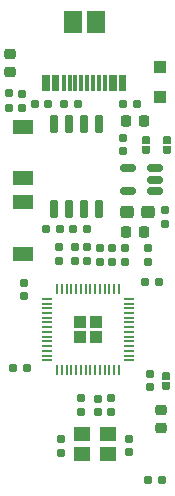
<source format=gbr>
%TF.GenerationSoftware,KiCad,Pcbnew,(6.0.9)*%
%TF.CreationDate,2023-01-07T18:48:54+05:30*%
%TF.ProjectId,Mitayi-Pico-RP2040,4d697461-7969-42d5-9069-636f2d525032,0.5*%
%TF.SameCoordinates,PX825e060PY6d4a840*%
%TF.FileFunction,Paste,Top*%
%TF.FilePolarity,Positive*%
%FSLAX46Y46*%
G04 Gerber Fmt 4.6, Leading zero omitted, Abs format (unit mm)*
G04 Created by KiCad (PCBNEW (6.0.9)) date 2023-01-07 18:48:54*
%MOMM*%
%LPD*%
G01*
G04 APERTURE LIST*
G04 Aperture macros list*
%AMRoundRect*
0 Rectangle with rounded corners*
0 $1 Rounding radius*
0 $2 $3 $4 $5 $6 $7 $8 $9 X,Y pos of 4 corners*
0 Add a 4 corners polygon primitive as box body*
4,1,4,$2,$3,$4,$5,$6,$7,$8,$9,$2,$3,0*
0 Add four circle primitives for the rounded corners*
1,1,$1+$1,$2,$3*
1,1,$1+$1,$4,$5*
1,1,$1+$1,$6,$7*
1,1,$1+$1,$8,$9*
0 Add four rect primitives between the rounded corners*
20,1,$1+$1,$2,$3,$4,$5,0*
20,1,$1+$1,$4,$5,$6,$7,0*
20,1,$1+$1,$6,$7,$8,$9,0*
20,1,$1+$1,$8,$9,$2,$3,0*%
%AMFreePoly0*
4,1,13,-0.340000,0.160000,-0.327821,0.221229,-0.293137,0.273137,-0.241229,0.307821,-0.180000,0.320000,0.340000,0.320000,0.340000,-0.320000,-0.180000,-0.320000,-0.241229,-0.307821,-0.293137,-0.273137,-0.327821,-0.221229,-0.340000,-0.160000,-0.340000,0.160000,-0.340000,0.160000,$1*%
%AMFreePoly1*
4,1,13,-0.340000,0.320000,0.180000,0.320000,0.241229,0.307821,0.293137,0.273137,0.327821,0.221229,0.340000,0.160000,0.340000,-0.160000,0.327821,-0.221229,0.293137,-0.273137,0.241229,-0.307821,0.180000,-0.320000,-0.340000,-0.320000,-0.340000,0.320000,-0.340000,0.320000,$1*%
G04 Aperture macros list end*
%ADD10R,1.500000X1.900000*%
%ADD11FreePoly0,270.000000*%
%ADD12FreePoly1,270.000000*%
%ADD13RoundRect,0.218750X0.256250X-0.218750X0.256250X0.218750X-0.256250X0.218750X-0.256250X-0.218750X0*%
%ADD14RoundRect,0.155000X0.155000X-0.212500X0.155000X0.212500X-0.155000X0.212500X-0.155000X-0.212500X0*%
%ADD15RoundRect,0.225000X0.225000X0.250000X-0.225000X0.250000X-0.225000X-0.250000X0.225000X-0.250000X0*%
%ADD16RoundRect,0.155000X0.212500X0.155000X-0.212500X0.155000X-0.212500X-0.155000X0.212500X-0.155000X0*%
%ADD17RoundRect,0.160000X0.197500X0.160000X-0.197500X0.160000X-0.197500X-0.160000X0.197500X-0.160000X0*%
%ADD18RoundRect,0.160000X-0.160000X0.197500X-0.160000X-0.197500X0.160000X-0.197500X0.160000X0.197500X0*%
%ADD19RoundRect,0.155000X-0.212500X-0.155000X0.212500X-0.155000X0.212500X0.155000X-0.212500X0.155000X0*%
%ADD20RoundRect,0.050000X-0.050000X-0.387500X0.050000X-0.387500X0.050000X0.387500X-0.050000X0.387500X0*%
%ADD21RoundRect,0.050000X-0.387500X-0.050000X0.387500X-0.050000X0.387500X0.050000X-0.387500X0.050000X0*%
%ADD22RoundRect,0.250000X-0.292217X-0.292217X0.292217X-0.292217X0.292217X0.292217X-0.292217X0.292217X0*%
%ADD23RoundRect,0.155000X-0.155000X0.212500X-0.155000X-0.212500X0.155000X-0.212500X0.155000X0.212500X0*%
%ADD24RoundRect,0.150000X0.150000X-0.650000X0.150000X0.650000X-0.150000X0.650000X-0.150000X-0.650000X0*%
%ADD25FreePoly0,90.000000*%
%ADD26FreePoly1,90.000000*%
%ADD27RoundRect,0.225000X-0.225000X-0.250000X0.225000X-0.250000X0.225000X0.250000X-0.225000X0.250000X0*%
%ADD28R,0.300000X1.450000*%
%ADD29R,1.400000X1.200000*%
%ADD30RoundRect,0.160000X0.160000X-0.197500X0.160000X0.197500X-0.160000X0.197500X-0.160000X-0.197500X0*%
%ADD31R,1.000000X1.000000*%
%ADD32R,1.700000X1.150000*%
%ADD33RoundRect,0.250000X-0.312500X-0.275000X0.312500X-0.275000X0.312500X0.275000X-0.312500X0.275000X0*%
%ADD34RoundRect,0.160000X-0.197500X-0.160000X0.197500X-0.160000X0.197500X0.160000X-0.197500X0.160000X0*%
%ADD35RoundRect,0.150000X0.512500X0.150000X-0.512500X0.150000X-0.512500X-0.150000X0.512500X-0.150000X0*%
G04 APERTURE END LIST*
D10*
%TO.C,J6*%
X9510000Y49637500D03*
X11510000Y49637500D03*
%TD*%
D11*
%TO.C,JP5*%
X17400000Y19730000D03*
D12*
X17400000Y18850000D03*
%TD*%
D13*
%TO.C,D2*%
X17030000Y15262500D03*
X17030000Y16837500D03*
%TD*%
D14*
%TO.C,C17*%
X8510000Y13212500D03*
X8510000Y14347500D03*
%TD*%
%TO.C,C12*%
X5430000Y26442500D03*
X5430000Y27577500D03*
%TD*%
D15*
%TO.C,C13*%
X15585000Y41290000D03*
X14035000Y41290000D03*
%TD*%
D16*
%TO.C,C6*%
X5647500Y20400000D03*
X4512500Y20400000D03*
%TD*%
D14*
%TO.C,C11*%
X15905000Y29362500D03*
X15905000Y30497500D03*
%TD*%
%TO.C,C19*%
X5240000Y42422500D03*
X5240000Y43557500D03*
%TD*%
D17*
%TO.C,R2*%
X8447500Y32170000D03*
X7252500Y32170000D03*
%TD*%
%TO.C,R7*%
X17067500Y10860000D03*
X15872500Y10860000D03*
%TD*%
D18*
%TO.C,R10*%
X10220000Y17817500D03*
X10220000Y16622500D03*
%TD*%
D19*
%TO.C,C10*%
X15662500Y27630000D03*
X16797500Y27630000D03*
%TD*%
D20*
%TO.C,U3*%
X8220000Y27067500D03*
X8620000Y27067500D03*
X9020000Y27067500D03*
X9420000Y27067500D03*
X9820000Y27067500D03*
X10220000Y27067500D03*
X10620000Y27067500D03*
X11020000Y27067500D03*
X11420000Y27067500D03*
X11820000Y27067500D03*
X12220000Y27067500D03*
X12620000Y27067500D03*
X13020000Y27067500D03*
X13420000Y27067500D03*
D21*
X14257500Y26230000D03*
X14257500Y25830000D03*
X14257500Y25430000D03*
X14257500Y25030000D03*
X14257500Y24630000D03*
X14257500Y24230000D03*
X14257500Y23830000D03*
X14257500Y23430000D03*
X14257500Y23030000D03*
X14257500Y22630000D03*
X14257500Y22230000D03*
X14257500Y21830000D03*
X14257500Y21430000D03*
X14257500Y21030000D03*
D20*
X13420000Y20192500D03*
X13020000Y20192500D03*
X12620000Y20192500D03*
X12220000Y20192500D03*
X11820000Y20192500D03*
X11420000Y20192500D03*
X11020000Y20192500D03*
X10620000Y20192500D03*
X10220000Y20192500D03*
X9820000Y20192500D03*
X9420000Y20192500D03*
X9020000Y20192500D03*
X8620000Y20192500D03*
X8220000Y20192500D03*
D21*
X7382500Y21030000D03*
X7382500Y21430000D03*
X7382500Y21830000D03*
X7382500Y22230000D03*
X7382500Y22630000D03*
X7382500Y23030000D03*
X7382500Y23430000D03*
X7382500Y23830000D03*
X7382500Y24230000D03*
X7382500Y24630000D03*
X7382500Y25030000D03*
X7382500Y25430000D03*
X7382500Y25830000D03*
X7382500Y26230000D03*
D22*
X10182500Y22992500D03*
X11457500Y24267500D03*
X11457500Y22992500D03*
X10182500Y24267500D03*
%TD*%
D18*
%TO.C,R5*%
X11825000Y30547500D03*
X11825000Y29352500D03*
%TD*%
D23*
%TO.C,C2*%
X12750000Y17797500D03*
X12750000Y16662500D03*
%TD*%
D24*
%TO.C,U1*%
X7955000Y33850000D03*
X9225000Y33850000D03*
X10495000Y33850000D03*
X11765000Y33850000D03*
X11765000Y41050000D03*
X10495000Y41050000D03*
X9225000Y41050000D03*
X7955000Y41050000D03*
%TD*%
D14*
%TO.C,C5*%
X10720000Y29457500D03*
X10720000Y30592500D03*
%TD*%
D17*
%TO.C,R1*%
X10777500Y32170000D03*
X9582500Y32170000D03*
%TD*%
D14*
%TO.C,C4*%
X13930000Y29372500D03*
X13930000Y30507500D03*
%TD*%
D19*
%TO.C,C1*%
X6342500Y42700000D03*
X7477500Y42700000D03*
%TD*%
D25*
%TO.C,JP1*%
X17500000Y38810000D03*
D26*
X17500000Y39690000D03*
%TD*%
D18*
%TO.C,R9*%
X17300000Y33787500D03*
X17300000Y32592500D03*
%TD*%
D14*
%TO.C,C9*%
X11630000Y16652500D03*
X11630000Y17787500D03*
%TD*%
D23*
%TO.C,C8*%
X16100000Y19877500D03*
X16100000Y18742500D03*
%TD*%
D27*
%TO.C,C15*%
X14015000Y31920000D03*
X15565000Y31920000D03*
%TD*%
D28*
%TO.C,J2*%
X13610000Y44470000D03*
X12810000Y44470000D03*
X12260000Y44470000D03*
X11260000Y44470000D03*
X9760000Y44470000D03*
X8760000Y44470000D03*
X8210000Y44470000D03*
X7410000Y44470000D03*
X7110000Y44470000D03*
X7910000Y44470000D03*
X9260000Y44470000D03*
X10260000Y44470000D03*
X10760000Y44470000D03*
X11760000Y44470000D03*
X13110000Y44470000D03*
X13910000Y44470000D03*
%TD*%
D14*
%TO.C,C16*%
X13760000Y38752500D03*
X13760000Y39887500D03*
%TD*%
D11*
%TO.C,JP4*%
X15750000Y39690000D03*
D12*
X15750000Y38810000D03*
%TD*%
D17*
%TO.C,R4*%
X9947500Y42700000D03*
X8752500Y42700000D03*
%TD*%
D29*
%TO.C,Y1*%
X10330000Y13100000D03*
X12530000Y13100000D03*
X12530000Y14800000D03*
X10330000Y14800000D03*
%TD*%
D30*
%TO.C,R8*%
X4170000Y42422500D03*
X4170000Y43617500D03*
%TD*%
D31*
%TO.C,D1*%
X16900000Y43350000D03*
X16900000Y45850000D03*
%TD*%
D13*
%TO.C,D3*%
X4200000Y45412500D03*
X4200000Y46987500D03*
%TD*%
D32*
%TO.C,SW1*%
X5300000Y40775000D03*
X5300000Y36425000D03*
%TD*%
D23*
%TO.C,C18*%
X14330000Y14377500D03*
X14330000Y13242500D03*
%TD*%
D14*
%TO.C,C7*%
X9720000Y29462500D03*
X9720000Y30597500D03*
%TD*%
D18*
%TO.C,R6*%
X12825000Y30547500D03*
X12825000Y29352500D03*
%TD*%
D33*
%TO.C,C14*%
X14147500Y33600000D03*
X15922500Y33600000D03*
%TD*%
D34*
%TO.C,R3*%
X13802500Y42700000D03*
X14997500Y42700000D03*
%TD*%
D35*
%TO.C,U2*%
X16487500Y35380000D03*
X16487500Y36330000D03*
X16487500Y37280000D03*
X14212500Y37280000D03*
X14212500Y35380000D03*
%TD*%
D18*
%TO.C,R11*%
X8330000Y30627500D03*
X8330000Y29432500D03*
%TD*%
D32*
%TO.C,SW2*%
X5285000Y30060000D03*
X5285000Y34410000D03*
%TD*%
M02*

</source>
